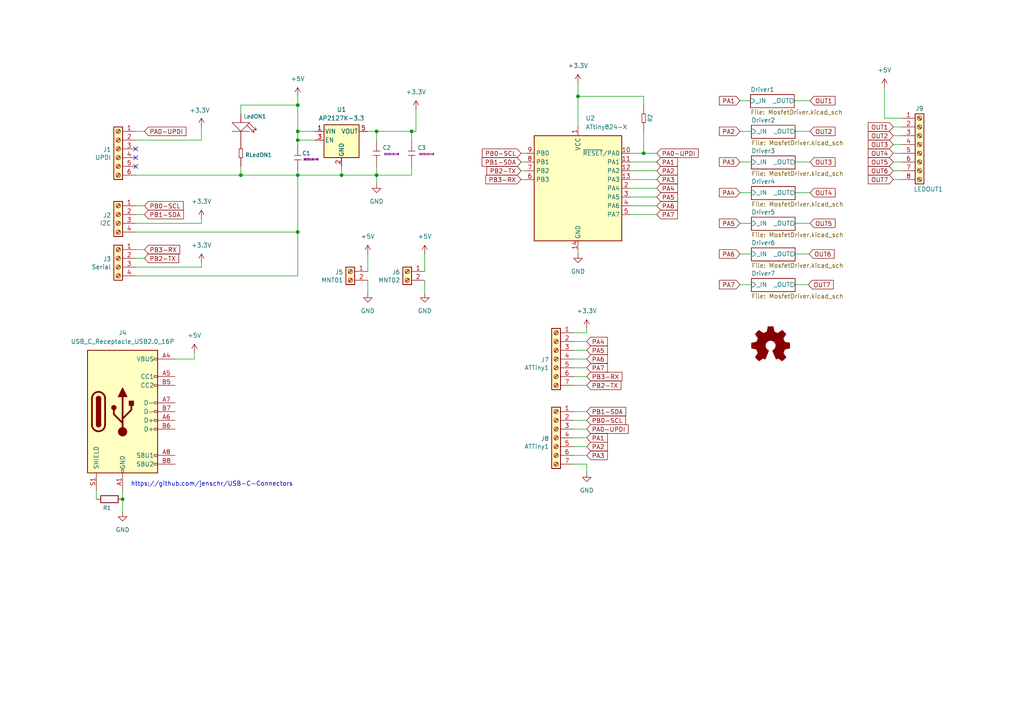
<source format=kicad_sch>
(kicad_sch (version 20231120) (generator "eeschema") (generator_version "8.0")
  (paper "A4")
  (title_block (title "ATTiny Breakboard") (date "2024-11-04") (rev "1") (company "Fablab Romagna APS") (comment 1 "maurizio.conti@fablabromagna.org") (comment 2 "https://github.com/fablabromagna-org/christmas-sign"))
  (lib_symbols
    (symbol "Connector:Screw_Terminal_01x02" (pin_names (offset 1.016) hide)
      (property "Reference" "J" (at 0 2.54 0))
      (property "Value" "Screw_Terminal_01x02" (at 0 -5.08 0))
      (symbol "Screw_Terminal_01x02_1_1"
        (pin passive line (at -5.08 0 0) (length 3.81) (name "Pin_1") (number "1"))
        (pin passive line (at -5.08 -2.54 0) (length 3.81) (name "Pin_2") (number "2"))
      )
    )
    (symbol "Connector:Screw_Terminal_01x04" (pin_names (offset 1.016) hide)
      (property "Reference" "J" (at 0 5.08 0))
      (property "Value" "Screw_Terminal_01x04" (at 0 -7.62 0))
      (symbol "Screw_Terminal_01x04_1_1"
        (pin passive line (at -5.08 2.54 0) (length 3.81) (name "Pin_1") (number "1"))
        (pin passive line (at -5.08 0 0) (length 3.81) (name "Pin_2") (number "2"))
        (pin passive line (at -5.08 -2.54 0) (length 3.81) (name "Pin_3") (number "3"))
        (pin passive line (at -5.08 -5.08 0) (length 3.81) (name "Pin_4") (number "4"))
      )
    )
    (symbol "Connector:Screw_Terminal_01x06" (pin_names (offset 1.016) hide)
      (property "Reference" "J" (at 0 7.62 0))
      (property "Value" "Screw_Terminal_01x06" (at 0 -10.16 0))
      (symbol "Screw_Terminal_01x06_1_1"
        (pin passive line (at -5.08 5.08 0) (length 3.81) (name "Pin_1") (number "1"))
        (pin passive line (at -5.08 2.54 0) (length 3.81) (name "Pin_2") (number "2"))
        (pin passive line (at -5.08 0 0) (length 3.81) (name "Pin_3") (number "3"))
        (pin passive line (at -5.08 -2.54 0) (length 3.81) (name "Pin_4") (number "4"))
        (pin passive line (at -5.08 -5.08 0) (length 3.81) (name "Pin_5") (number "5"))
        (pin passive line (at -5.08 -7.62 0) (length 3.81) (name "Pin_6") (number "6"))
      )
    )
    (symbol "Connector:Screw_Terminal_01x07" (pin_names (offset 1.016) hide)
      (property "Reference" "J" (at 0 10.16 0))
      (property "Value" "Screw_Terminal_01x07" (at 0 -10.16 0))
      (symbol "Screw_Terminal_01x07_1_1"
        (pin passive line (at -5.08 7.62 0) (length 3.81) (name "Pin_1") (number "1"))
        (pin passive line (at -5.08 5.08 0) (length 3.81) (name "Pin_2") (number "2"))
        (pin passive line (at -5.08 2.54 0) (length 3.81) (name "Pin_3") (number "3"))
        (pin passive line (at -5.08 0 0) (length 3.81) (name "Pin_4") (number "4"))
        (pin passive line (at -5.08 -2.54 0) (length 3.81) (name "Pin_5") (number "5"))
        (pin passive line (at -5.08 -5.08 0) (length 3.81) (name "Pin_6") (number "6"))
        (pin passive line (at -5.08 -7.62 0) (length 3.81) (name "Pin_7") (number "7"))
      )
    )
    (symbol "Connector:Screw_Terminal_01x08" (pin_names (offset 1.016) hide)
      (property "Reference" "J" (at 0 10.16 0))
      (property "Value" "Screw_Terminal_01x08" (at 0 -12.7 0))
      (symbol "Screw_Terminal_01x08_1_1"
        (pin passive line (at -5.08 7.62 0) (length 3.81) (name "Pin_1") (number "1"))
        (pin passive line (at -5.08 5.08 0) (length 3.81) (name "Pin_2") (number "2"))
        (pin passive line (at -5.08 2.54 0) (length 3.81) (name "Pin_3") (number "3"))
        (pin passive line (at -5.08 0 0) (length 3.81) (name "Pin_4") (number "4"))
        (pin passive line (at -5.08 -2.54 0) (length 3.81) (name "Pin_5") (number "5"))
        (pin passive line (at -5.08 -5.08 0) (length 3.81) (name "Pin_6") (number "6"))
        (pin passive line (at -5.08 -7.62 0) (length 3.81) (name "Pin_7") (number "7"))
        (pin passive line (at -5.08 -10.16 0) (length 3.81) (name "Pin_8") (number "8"))
      )
    )
    (symbol "Connector:USB_C_Receptacle_USB2.0_16P" (pin_names (offset 1.016))
      (property "Reference" "J" (at 0 22.225 0))
      (property "Value" "USB_C_Receptacle_USB2.0_16P" (at 0 19.685 0))
      (symbol "USB_C_Receptacle_USB2.0_16P_1_1"
        (pin passive line (at 0 -22.86 90) (length 5.08) (name "GND") (number "A1"))
        (pin passive line (at 0 -22.86 90) (length 5.08) hide (name "GND") (number "A12"))
        (pin passive line (at 15.24 15.24 180) (length 5.08) (name "VBUS") (number "A4"))
        (pin bidirectional line (at 15.24 10.16 180) (length 5.08) (name "CC1") (number "A5"))
        (pin bidirectional line (at 15.24 -2.54 180) (length 5.08) (name "D+") (number "A6"))
        (pin bidirectional line (at 15.24 2.54 180) (length 5.08) (name "D-") (number "A7"))
        (pin bidirectional line (at 15.24 -12.7 180) (length 5.08) (name "SBU1") (number "A8"))
        (pin passive line (at 15.24 15.24 180) (length 5.08) hide (name "VBUS") (number "A9"))
        (pin passive line (at 0 -22.86 90) (length 5.08) hide (name "GND") (number "B1"))
        (pin passive line (at 0 -22.86 90) (length 5.08) hide (name "GND") (number "B12"))
        (pin passive line (at 15.24 15.24 180) (length 5.08) hide (name "VBUS") (number "B4"))
        (pin bidirectional line (at 15.24 7.62 180) (length 5.08) (name "CC2") (number "B5"))
        (pin bidirectional line (at 15.24 -5.08 180) (length 5.08) (name "D+") (number "B6"))
        (pin bidirectional line (at 15.24 0 180) (length 5.08) (name "D-") (number "B7"))
        (pin bidirectional line (at 15.24 -15.24 180) (length 5.08) (name "SBU2") (number "B8"))
        (pin passive line (at 15.24 15.24 180) (length 5.08) hide (name "VBUS") (number "B9"))
        (pin passive line (at -7.62 -22.86 90) (length 5.08) (name "SHIELD") (number "S1"))
      )
    )
    (symbol "Device:R" (pin_numbers hide) (pin_names (offset 0))
      (property "Reference" "R" (at 2.032 0 90))
      (property "Value" "R" (at 0 0 90))
      (symbol "R_1_1"
        (pin passive line (at 0 3.81 270) (length 1.27) (name "~") (number "1"))
        (pin passive line (at 0 -3.81 90) (length 1.27) (name "~") (number "2"))
      )
    )
    (symbol "Graphic:Logo_Open_Hardware_Small" (in_bom no) (on_board no))
    (symbol "MCU_Microchip_ATtiny:ATtiny824-X"
      (property "Reference" "U" (at -12.7 16.51 0))
      (property "Value" "ATtiny824-X" (at 2.54 -16.51 0))
      (symbol "ATtiny824-X_1_1"
        (pin power_in line (at 0 17.78 270) (length 2.54) (name "VCC") (number "1"))
        (pin bidirectional line (at 15.24 10.16 180) (length 2.54) (name "~{RESET}/PA0") (number "10"))
        (pin bidirectional line (at 15.24 7.62 180) (length 2.54) (name "PA1") (number "11"))
        (pin bidirectional line (at 15.24 5.08 180) (length 2.54) (name "PA2") (number "12"))
        (pin bidirectional line (at 15.24 2.54 180) (length 2.54) (name "PA3") (number "13"))
        (pin power_in line (at 0 -17.78 90) (length 2.54) (name "GND") (number "14"))
        (pin bidirectional line (at 15.24 0 180) (length 2.54) (name "PA4") (number "2"))
        (pin bidirectional line (at 15.24 -2.54 180) (length 2.54) (name "PA5") (number "3"))
        (pin bidirectional line (at 15.24 -5.08 180) (length 2.54) (name "PA6") (number "4"))
        (pin bidirectional line (at 15.24 -7.62 180) (length 2.54) (name "PA7") (number "5"))
        (pin bidirectional line (at -15.24 2.54 0) (length 2.54) (name "PB3") (number "6"))
        (pin bidirectional line (at -15.24 5.08 0) (length 2.54) (name "PB2") (number "7"))
        (pin bidirectional line (at -15.24 7.62 0) (length 2.54) (name "PB1") (number "8"))
        (pin bidirectional line (at -15.24 10.16 0) (length 2.54) (name "PB0") (number "9"))
      )
    )
    (symbol "Regulator_Linear:AP2127K-3.3" (pin_names (offset 0.254))
      (property "Reference" "U" (at -5.08 5.715 0))
      (property "Value" "AP2127K-3.3" (at 0 5.715 0))
      (symbol "AP2127K-3.3_1_1"
        (pin power_in line (at -7.62 2.54 0) (length 2.54) (name "VIN") (number "1"))
        (pin power_in line (at 0 -7.62 90) (length 2.54) (name "GND") (number "2"))
        (pin input line (at -7.62 0 0) (length 2.54) (name "EN") (number "3"))
        (pin no_connect line (at 5.08 0 180) (length 2.54) hide (name "NC") (number "4"))
        (pin power_out line (at 7.62 2.54 180) (length 2.54) (name "VOUT") (number "5"))
      )
    )
    (symbol "ULN2803-Mosfet-S2-Mini-rescue:CERAMIC-2.2UF-25V-10%-X7R_0805_-OPL_Capacitor" (pin_numbers hide) (pin_names (offset 1.016) hide)
      (property "Reference" "C" (at -3.81 1.27 0))
      (property "Value" "OPL_Capacitor_CERAMIC-2.2UF-25V-10%-X7R_0805_" (at -3.81 -2.54 0))
      (property "SKU" "302010148" (at 0.762 3.81 0))
      (symbol "CERAMIC-2.2UF-25V-10%-X7R_0805_-OPL_Capacitor_1_1"
        (pin passive line (at -3.81 0 0) (length 2.54) (name "1") (number "1"))
        (pin passive line (at 3.81 0 180) (length 2.54) (name "2") (number "2"))
      )
    )
    (symbol "ULN2803-Mosfet-S2-Mini-rescue:SMD-LED-CLEAR-RED_0805_-OPL_Opto" (pin_numbers hide) (pin_names (offset 1.016) hide)
      (property "Reference" "D" (at -7.62 1.27 0))
      (property "Value" "OPL_Opto_SMD-LED-CLEAR-RED_0805_" (at -5.08 -5.08 0))
      (symbol "SMD-LED-CLEAR-RED_0805_-OPL_Opto_1_1"
        (pin passive line (at -3.81 0 0) (length 2.54) (name "+") (number "1"))
        (pin passive line (at 3.81 0 180) (length 2.54) (name "-") (number "2"))
      )
    )
    (symbol "ULN2803-Mosfet-S2-Mini-rescue:SMD-RES-220R-5%-1_8W_0805_-OPL_Resistor" (pin_numbers hide) (pin_names (offset 1.016) hide)
      (property "Reference" "R" (at -3.81 1.27 0))
      (property "Value" "OPL_Resistor_SMD-RES-220R-5%-1_8W_0805_" (at -3.81 -2.54 0))
      (symbol "SMD-RES-220R-5%-1_8W_0805_-OPL_Resistor_1_1"
        (pin passive line (at -3.81 0 0) (length 2.54) (name "1") (number "1"))
        (pin passive line (at 3.81 0 180) (length 2.54) (name "2") (number "2"))
      )
    )
    (symbol "ULN2803-Mosfet-S2-Mini-rescue:SMD-RES-4.7K-5%-1_8W_0805_-OPL_Resistor" (pin_numbers hide) (pin_names (offset 1.016) hide)
      (property "Reference" "R" (at -3.81 1.27 0))
      (property "Value" "OPL_Resistor_SMD-RES-4.7K-5%-1_8W_0805_" (at -3.81 -2.54 0))
      (symbol "SMD-RES-4.7K-5%-1_8W_0805_-OPL_Resistor_1_1"
        (pin passive line (at -3.81 0 0) (length 2.54) (name "1") (number "1"))
        (pin passive line (at 3.81 0 180) (length 2.54) (name "2") (number "2"))
      )
    )
    (symbol "power:+3.3V" (power) (pin_names (offset 0))
      (property "Value" "+3.3V" (at 0 3.556 0))
      (symbol "+3.3V_1_1"
        (pin power_in line (at 0 0 90) (length 0) hide (name "+3.3V") (number "1"))
      )
    )
    (symbol "power:+5V" (power) (pin_names (offset 0))
      (property "Value" "+5V" (at 0 3.556 0))
      (symbol "+5V_1_1"
        (pin power_in line (at 0 0 90) (length 0) hide (name "+5V") (number "1"))
      )
    )
    (symbol "power:GND" (power) (pin_names (offset 0))
      (property "Value" "GND" (at 0 -3.81 0))
      (symbol "GND_1_1"
        (pin power_in line (at 0 0 270) (length 0) hide (name "GND") (number "1"))
      )
    )
  )
  (junction (at 35.56 144.78))
  (junction (at 109.22 38.1))
  (junction (at 86.36 50.8))
  (junction (at 69.85 50.8))
  (junction (at 86.36 30.48))
  (junction (at 186.69 44.45))
  (junction (at 109.22 50.8))
  (junction (at 99.06 50.8))
  (junction (at 119.38 38.1))
  (junction (at 86.36 40.64))
  (junction (at 86.36 38.1))
  (junction (at 167.64 27.94))
  (junction (at 86.36 67.31))
  (no_connect (at 39.37 43.18))
  (no_connect (at 39.37 45.72))
  (no_connect (at 39.37 48.26))
  (wire (pts (xy 86.36 50.8) (xy 99.06 50.8)))
  (wire (pts (xy 39.37 64.77) (xy 58.42 64.77)))
  (wire (pts (xy 186.69 38.1) (xy 186.69 44.45)))
  (wire (pts (xy 58.42 40.64) (xy 58.42 36.83)))
  (wire (pts (xy 86.36 80.01) (xy 86.36 67.31)))
  (wire (pts (xy 119.38 50.8) (xy 109.22 50.8)))
  (wire (pts (xy 186.69 44.45) (xy 190.5 44.45)))
  (wire (pts (xy 166.37 129.54) (xy 170.18 129.54)))
  (wire (pts (xy 182.88 44.45) (xy 186.69 44.45)))
  (wire (pts (xy 166.37 96.52) (xy 170.18 96.52)))
  (wire (pts (xy 39.37 77.47) (xy 58.42 77.47)))
  (wire (pts (xy 166.37 104.14) (xy 170.18 104.14)))
  (wire (pts (xy 39.37 50.8) (xy 69.85 50.8)))
  (wire (pts (xy 86.36 30.48) (xy 86.36 38.1)))
  (wire (pts (xy 39.37 59.69) (xy 41.91 59.69)))
  (wire (pts (xy 123.19 73.66) (xy 123.19 78.74)))
  (wire (pts (xy 39.37 72.39) (xy 41.91 72.39)))
  (wire (pts (xy 259.08 49.53) (xy 261.62 49.53)))
  (wire (pts (xy 166.37 109.22) (xy 170.18 109.22)))
  (wire (pts (xy 109.22 38.1) (xy 109.22 40.64)))
  (wire (pts (xy 230.378 29.21) (xy 234.95 29.21)))
  (wire (pts (xy 151.13 44.45) (xy 152.4 44.45)))
  (wire (pts (xy 214.63 73.66) (xy 217.932 73.66)))
  (wire (pts (xy 182.88 49.53) (xy 190.5 49.53)))
  (wire (pts (xy 256.54 34.29) (xy 261.62 34.29)))
  (wire (pts (xy 166.37 119.38) (xy 170.18 119.38)))
  (wire (pts (xy 120.65 31.75) (xy 120.65 38.1)))
  (wire (pts (xy 166.37 111.76) (xy 170.18 111.76)))
  (wire (pts (xy 167.64 24.13) (xy 167.64 27.94)))
  (wire (pts (xy 259.08 39.37) (xy 261.62 39.37)))
  (wire (pts (xy 182.88 52.07) (xy 190.5 52.07)))
  (wire (pts (xy 230.632 38.1) (xy 234.95 38.1)))
  (wire (pts (xy 106.68 73.66) (xy 106.68 78.74)))
  (wire (pts (xy 39.37 67.31) (xy 86.36 67.31)))
  (wire (pts (xy 120.65 38.1) (xy 119.38 38.1)))
  (wire (pts (xy 109.22 38.1) (xy 119.38 38.1)))
  (wire (pts (xy 109.22 48.26) (xy 109.22 50.8)))
  (wire (pts (xy 86.36 27.94) (xy 86.36 30.48)))
  (wire (pts (xy 259.08 44.45) (xy 261.62 44.45)))
  (wire (pts (xy 69.85 30.48) (xy 86.36 30.48)))
  (wire (pts (xy 230.632 73.66) (xy 234.696 73.66)))
  (wire (pts (xy 170.18 134.62) (xy 170.18 137.16)))
  (wire (pts (xy 230.632 82.55) (xy 234.442 82.55)))
  (wire (pts (xy 186.69 30.48) (xy 186.69 27.94)))
  (wire (pts (xy 35.56 142.24) (xy 35.56 144.78)))
  (wire (pts (xy 151.13 49.53) (xy 152.4 49.53)))
  (wire (pts (xy 39.37 62.23) (xy 41.91 62.23)))
  (wire (pts (xy 230.632 55.88) (xy 234.95 55.88)))
  (wire (pts (xy 170.18 96.52) (xy 170.18 95.25)))
  (wire (pts (xy 86.36 38.1) (xy 91.44 38.1)))
  (wire (pts (xy 39.37 38.1) (xy 41.91 38.1)))
  (wire (pts (xy 167.64 27.94) (xy 167.64 36.83)))
  (wire (pts (xy 27.94 142.24) (xy 27.94 144.78)))
  (wire (pts (xy 166.37 124.46) (xy 170.18 124.46)))
  (wire (pts (xy 39.37 80.01) (xy 86.36 80.01)))
  (wire (pts (xy 58.42 77.47) (xy 58.42 76.2)))
  (wire (pts (xy 106.68 38.1) (xy 109.22 38.1)))
  (wire (pts (xy 119.38 48.26) (xy 119.38 50.8)))
  (wire (pts (xy 166.37 134.62) (xy 170.18 134.62)))
  (wire (pts (xy 39.37 74.93) (xy 41.91 74.93)))
  (wire (pts (xy 166.37 106.68) (xy 170.18 106.68)))
  (wire (pts (xy 86.36 40.64) (xy 86.36 41.91)))
  (wire (pts (xy 39.37 40.64) (xy 58.42 40.64)))
  (wire (pts (xy 182.88 62.23) (xy 190.5 62.23)))
  (wire (pts (xy 214.63 82.55) (xy 217.932 82.55)))
  (wire (pts (xy 99.06 48.26) (xy 99.06 50.8)))
  (wire (pts (xy 214.63 29.21) (xy 217.678 29.21)))
  (wire (pts (xy 35.56 144.78) (xy 35.56 148.59)))
  (wire (pts (xy 182.88 46.99) (xy 190.5 46.99)))
  (wire (pts (xy 166.37 99.06) (xy 170.18 99.06)))
  (wire (pts (xy 259.08 46.99) (xy 261.62 46.99)))
  (wire (pts (xy 259.08 41.91) (xy 261.62 41.91)))
  (wire (pts (xy 259.08 52.07) (xy 261.62 52.07)))
  (wire (pts (xy 109.22 50.8) (xy 99.06 50.8)))
  (wire (pts (xy 166.37 132.08) (xy 170.18 132.08)))
  (wire (pts (xy 167.64 72.39) (xy 167.64 73.66)))
  (wire (pts (xy 69.85 33.02) (xy 69.85 30.48)))
  (wire (pts (xy 259.08 36.83) (xy 261.62 36.83)))
  (wire (pts (xy 151.13 46.99) (xy 152.4 46.99)))
  (wire (pts (xy 106.68 81.28) (xy 106.68 85.09)))
  (wire (pts (xy 86.36 49.53) (xy 86.36 50.8)))
  (wire (pts (xy 151.13 52.07) (xy 152.4 52.07)))
  (wire (pts (xy 182.88 54.61) (xy 190.5 54.61)))
  (wire (pts (xy 86.36 67.31) (xy 86.36 50.8)))
  (wire (pts (xy 50.8 104.14) (xy 56.388 104.14)))
  (wire (pts (xy 182.88 57.15) (xy 190.5 57.15)))
  (wire (pts (xy 58.42 64.77) (xy 58.42 63.5)))
  (wire (pts (xy 182.88 59.69) (xy 190.5 59.69)))
  (wire (pts (xy 86.36 38.1) (xy 86.36 40.64)))
  (wire (pts (xy 214.63 55.88) (xy 217.932 55.88)))
  (wire (pts (xy 214.63 64.77) (xy 217.932 64.77)))
  (wire (pts (xy 256.54 25.4) (xy 256.54 34.29)))
  (wire (pts (xy 91.44 40.64) (xy 86.36 40.64)))
  (wire (pts (xy 214.63 46.99) (xy 217.932 46.99)))
  (wire (pts (xy 167.64 27.94) (xy 186.69 27.94)))
  (wire (pts (xy 230.632 64.77) (xy 234.95 64.77)))
  (wire (pts (xy 230.632 46.99) (xy 234.95 46.99)))
  (wire (pts (xy 56.388 104.14) (xy 56.388 102.362)))
  (wire (pts (xy 123.19 81.28) (xy 123.19 85.09)))
  (wire (pts (xy 119.38 38.1) (xy 119.38 40.64)))
  (wire (pts (xy 109.22 50.8) (xy 109.22 53.34)))
  (wire (pts (xy 166.37 127) (xy 170.18 127)))
  (wire (pts (xy 166.37 101.6) (xy 170.18 101.6)))
  (wire (pts (xy 69.85 48.26) (xy 69.85 50.8)))
  (wire (pts (xy 214.63 38.1) (xy 217.932 38.1)))
  (wire (pts (xy 69.85 50.8) (xy 86.36 50.8)))
  (wire (pts (xy 166.37 121.92) (xy 170.18 121.92)))
  (text "https://github.com/jenschr/USB-C-Connectors" (exclude_from_sim yes) (at 61.468 140.462 0) (effects (font (size 1.27 1.27))))
  (global_label "PB3-RX" (shape input) (at 41.91 72.39 0) (property "Intersheetrefs" "${INTERSHEET_REFS}" (effects (hide yes))))
  (global_label "PA1" (shape input) (at 170.18 127 0) (property "Intersheetrefs" "${INTERSHEET_REFS}" (effects (hide yes))))
  (global_label "PA4" (shape input) (at 214.63 55.88 180) (property "Intersheetrefs" "${INTERSHEET_REFS}" (effects (hide yes))))
  (global_label "OUT7" (shape input) (at 234.442 82.55 0) (property "Intersheetrefs" "${INTERSHEET_REFS}" (effects (hide yes))))
  (global_label "PB2-TX" (shape input) (at 170.18 111.76 0) (property "Intersheetrefs" "${INTERSHEET_REFS}" (effects (hide yes))))
  (global_label "PA2" (shape input) (at 190.5 49.53 0) (property "Intersheetrefs" "${INTERSHEET_REFS}" (effects (hide yes))))
  (global_label "PA6" (shape input) (at 170.18 104.14 0) (property "Intersheetrefs" "${INTERSHEET_REFS}" (effects (hide yes))))
  (global_label "OUT4" (shape input) (at 259.08 44.45 180) (property "Intersheetrefs" "${INTERSHEET_REFS}" (effects (hide yes))))
  (global_label "PA0-UPDI" (shape input) (at 190.5 44.45 0) (property "Intersheetrefs" "${INTERSHEET_REFS}" (effects (hide yes))))
  (global_label "OUT1" (shape input) (at 234.95 29.21 0) (property "Intersheetrefs" "${INTERSHEET_REFS}" (effects (hide yes))))
  (global_label "PB3-RX" (shape input) (at 151.13 52.07 180) (property "Intersheetrefs" "${INTERSHEET_REFS}" (effects (hide yes))))
  (global_label "PA4" (shape input) (at 190.5 54.61 0) (property "Intersheetrefs" "${INTERSHEET_REFS}" (effects (hide yes))))
  (global_label "PA1" (shape input) (at 190.5 46.99 0) (property "Intersheetrefs" "${INTERSHEET_REFS}" (effects (hide yes))))
  (global_label "OUT3" (shape input) (at 234.95 46.99 0) (property "Intersheetrefs" "${INTERSHEET_REFS}" (effects (hide yes))))
  (global_label "PB1-SDA" (shape input) (at 170.18 119.38 0) (property "Intersheetrefs" "${INTERSHEET_REFS}" (effects (hide yes))))
  (global_label "PA3" (shape input) (at 190.5 52.07 0) (property "Intersheetrefs" "${INTERSHEET_REFS}" (effects (hide yes))))
  (global_label "PB0-SCL" (shape input) (at 170.18 121.92 0) (property "Intersheetrefs" "${INTERSHEET_REFS}" (effects (hide yes))))
  (global_label "PA0-UPDI" (shape input) (at 170.18 124.46 0) (property "Intersheetrefs" "${INTERSHEET_REFS}" (effects (hide yes))))
  (global_label "OUT3" (shape input) (at 259.08 41.91 180) (property "Intersheetrefs" "${INTERSHEET_REFS}" (effects (hide yes))))
  (global_label "OUT5" (shape input) (at 234.95 64.77 0) (property "Intersheetrefs" "${INTERSHEET_REFS}" (effects (hide yes))))
  (global_label "OUT7" (shape input) (at 259.08 52.07 180) (property "Intersheetrefs" "${INTERSHEET_REFS}" (effects (hide yes))))
  (global_label "PA3" (shape input) (at 170.18 132.08 0) (property "Intersheetrefs" "${INTERSHEET_REFS}" (effects (hide yes))))
  (global_label "PA6" (shape input) (at 214.63 73.66 180) (property "Intersheetrefs" "${INTERSHEET_REFS}" (effects (hide yes))))
  (global_label "PA0-UPDI" (shape input) (at 41.91 38.1 0) (property "Intersheetrefs" "${INTERSHEET_REFS}" (effects (hide yes))))
  (global_label "PB2-TX" (shape input) (at 41.91 74.93 0) (property "Intersheetrefs" "${INTERSHEET_REFS}" (effects (hide yes))))
  (global_label "PA2" (shape input) (at 170.18 129.54 0) (property "Intersheetrefs" "${INTERSHEET_REFS}" (effects (hide yes))))
  (global_label "PA3" (shape input) (at 214.63 46.99 180) (property "Intersheetrefs" "${INTERSHEET_REFS}" (effects (hide yes))))
  (global_label "PA6" (shape input) (at 190.5 59.69 0) (property "Intersheetrefs" "${INTERSHEET_REFS}" (effects (hide yes))))
  (global_label "PB3-RX" (shape input) (at 170.18 109.22 0) (property "Intersheetrefs" "${INTERSHEET_REFS}" (effects (hide yes))))
  (global_label "OUT2" (shape input) (at 234.95 38.1 0) (property "Intersheetrefs" "${INTERSHEET_REFS}" (effects (hide yes))))
  (global_label "PB2-TX" (shape input) (at 151.13 49.53 180) (property "Intersheetrefs" "${INTERSHEET_REFS}" (effects (hide yes))))
  (global_label "PB1-SDA" (shape input) (at 151.13 46.99 180) (property "Intersheetrefs" "${INTERSHEET_REFS}" (effects (hide yes))))
  (global_label "PB0-SCL" (shape input) (at 151.13 44.45 180) (property "Intersheetrefs" "${INTERSHEET_REFS}" (effects (hide yes))))
  (global_label "OUT1" (shape input) (at 259.08 36.83 180) (property "Intersheetrefs" "${INTERSHEET_REFS}" (effects (hide yes))))
  (global_label "PA5" (shape input) (at 170.18 101.6 0) (property "Intersheetrefs" "${INTERSHEET_REFS}" (effects (hide yes))))
  (global_label "OUT5" (shape input) (at 259.08 46.99 180) (property "Intersheetrefs" "${INTERSHEET_REFS}" (effects (hide yes))))
  (global_label "PA1" (shape input) (at 214.63 29.21 180) (property "Intersheetrefs" "${INTERSHEET_REFS}" (effects (hide yes))))
  (global_label "PA7" (shape input) (at 190.5 62.23 0) (property "Intersheetrefs" "${INTERSHEET_REFS}" (effects (hide yes))))
  (global_label "PA4" (shape input) (at 170.18 99.06 0) (property "Intersheetrefs" "${INTERSHEET_REFS}" (effects (hide yes))))
  (global_label "PA7" (shape input) (at 170.18 106.68 0) (property "Intersheetrefs" "${INTERSHEET_REFS}" (effects (hide yes))))
  (global_label "OUT6" (shape input) (at 259.08 49.53 180) (property "Intersheetrefs" "${INTERSHEET_REFS}" (effects (hide yes))))
  (global_label "OUT2" (shape input) (at 259.08 39.37 180) (property "Intersheetrefs" "${INTERSHEET_REFS}" (effects (hide yes))))
  (global_label "PB0-SCL" (shape input) (at 41.91 59.69 0) (property "Intersheetrefs" "${INTERSHEET_REFS}" (effects (hide yes))))
  (global_label "PA5" (shape input) (at 214.63 64.77 180) (property "Intersheetrefs" "${INTERSHEET_REFS}" (effects (hide yes))))
  (global_label "PA5" (shape input) (at 190.5 57.15 0) (property "Intersheetrefs" "${INTERSHEET_REFS}" (effects (hide yes))))
  (global_label "OUT6" (shape input) (at 234.696 73.66 0) (property "Intersheetrefs" "${INTERSHEET_REFS}" (effects (hide yes))))
  (global_label "PA7" (shape input) (at 214.63 82.55 180) (property "Intersheetrefs" "${INTERSHEET_REFS}" (effects (hide yes))))
  (global_label "OUT4" (shape input) (at 234.95 55.88 0) (property "Intersheetrefs" "${INTERSHEET_REFS}" (effects (hide yes))))
  (global_label "PA2" (shape input) (at 214.63 38.1 180) (property "Intersheetrefs" "${INTERSHEET_REFS}" (effects (hide yes))))
  (global_label "PB1-SDA" (shape input) (at 41.91 62.23 0) (property "Intersheetrefs" "${INTERSHEET_REFS}" (effects (hide yes))))
  (symbol (lib_id "Device:R") (at 31.75 144.78 90) (unit 1) (in_bom no)
    (property "Reference" "R1" (at 32.258 147.32 90) (effects (font (size 1.143 1.143)) (justify left)))
    (property "Value" "1M" (effects (hide yes)))
    (property "Footprint" "Resistor_THT:R_Axial_DIN0204_L3.6mm_D1.6mm_P5.08mm_Horizontal" (effects (hide yes)))
    (property "Description" "Resistor" (effects (hide yes)))
  )
  (symbol (lib_id "Connector:Screw_Terminal_01x04") (at 34.29 74.93 0) (mirror y) (unit 1) (in_bom no)
    (property "Reference" "J3" (at 32.258 75.1332 0) (effects (justify left)))
    (property "Value" "Serial" (at 32.258 77.4446 0) (effects (justify left)))
    (property "Footprint" "Connector_PinHeader_2.54mm:PinHeader_1x04_P2.54mm_Vertical" (effects (hide yes)))
    (property "Description" "Generic screw terminal, single row, 01x04, script generated (kicad-library-utils/schlib/autogen/connector/)" (effects (hide yes)))
  )
  (symbol (lib_id "ULN2803-Mosfet-S2-Mini-rescue:CERAMIC-2.2UF-25V-10%-X7R_0805_-OPL_Capacitor") (at 86.36 45.72 270) (unit 1)
    (property "Reference" "C1" (at 87.63 44.45 90) (effects (font (size 1.143 1.143)) (justify left)))
    (property "Value" "CERAMIC-10UF-10V-10%-X7R_0805_" (effects (hide yes)))
    (property "Footprint" "Capacitor_SMD:C_0805_2012Metric" (effects (hide yes)))
    (property "MPN" "CC0805KKX7R8BB225" (effects (hide yes)))
    (property "SKU" "302010148" (at 90.17 46.228 90) (effects (font (size 0.508 0.508))))
    (property "LCSC" "C15850" (effects (hide yes)))
  )
  (symbol (lib_id "Connector:Screw_Terminal_01x04") (at 34.29 62.23 0) (mirror y) (unit 1) (in_bom no)
    (property "Reference" "J2" (at 32.258 62.4332 0) (effects (justify left)))
    (property "Value" "I2C" (at 32.258 64.7446 0) (effects (justify left)))
    (property "Footprint" "Connector_PinHeader_2.54mm:PinHeader_1x04_P2.54mm_Vertical" (effects (hide yes)))
    (property "Description" "Generic screw terminal, single row, 01x04, script generated (kicad-library-utils/schlib/autogen/connector/)" (effects (hide yes)))
  )
  (symbol (lib_id "power:+5V") (at 123.19 73.66 0) (unit 1)
    (property "Reference" "#PWR010" (effects (hide yes)))
    (property "Value" "+5V" (at 123.19 68.58 0))
    (property "Description" "Power symbol creates a global label with name \"+5V\"" (effects (hide yes)))
  )
  (symbol (lib_id "power:+5V") (at 106.68 73.66 0) (unit 1)
    (property "Reference" "#PWR06" (effects (hide yes)))
    (property "Value" "+5V" (at 106.68 68.58 0))
    (property "Description" "Power symbol creates a global label with name \"+5V\"" (effects (hide yes)))
  )
  (symbol (lib_id "power:+3.3V") (at 58.42 36.83 0) (unit 1)
    (property "Reference" "#PWR02" (effects (hide yes)))
    (property "Value" "+3.3V" (at 57.912 32.004 0))
    (property "Description" "Power symbol creates a global label with name \"+3.3V\"" (effects (hide yes)))
  )
  (symbol (lib_id "power:+5V") (at 56.388 102.362 0) (unit 1)
    (property "Reference" "#PWR024" (effects (hide yes)))
    (property "Value" "+5V" (at 56.388 97.282 0))
    (property "Description" "Power symbol creates a global label with name \"+5V\"" (effects (hide yes)))
  )
  (symbol (lib_id "power:GND") (at 170.18 137.16 0) (unit 1)
    (property "Reference" "#PWR015" (effects (hide yes)))
    (property "Value" "GND" (at 170.18 142.24 0))
    (property "Description" "Power symbol creates a global label with name \"GND\" , ground" (effects (hide yes)))
  )
  (symbol (lib_id "power:+3.3V") (at 167.64 24.13 0) (unit 1)
    (property "Reference" "#PWR012" (effects (hide yes)))
    (property "Value" "+3.3V" (at 167.64 19.05 0))
    (property "Description" "Power symbol creates a global label with name \"+3.3V\"" (effects (hide yes)))
  )
  (symbol (lib_id "Connector:Screw_Terminal_01x07") (at 161.29 127 0) (mirror y) (unit 1) (in_bom no)
    (property "Reference" "J8" (at 159.258 127.2032 0) (effects (justify left)))
    (property "Value" "ATTiny1" (at 159.258 129.5146 0) (effects (justify left)))
    (property "Footprint" "Connector_PinHeader_2.54mm:PinHeader_1x07_P2.54mm_Vertical" (effects (hide yes)))
    (property "Description" "Generic screw terminal, single row, 01x07, script generated (kicad-library-utils/schlib/autogen/connector/)" (effects (hide yes)))
  )
  (symbol (lib_id "Connector:Screw_Terminal_01x08") (at 266.7 41.91 0) (unit 1) (in_bom no)
    (property "Reference" "J9" (at 266.7 31.496 0))
    (property "Value" "LEDOUT1" (at 269.24 54.864 0))
    (property "Footprint" "Connector_PinHeader_2.54mm:PinHeader_1x08_P2.54mm_Vertical" (effects (hide yes)))
    (property "Description" "Generic screw terminal, single row, 01x08, script generated (kicad-library-utils/schlib/autogen/connector/)" (effects (hide yes)))
  )
  (symbol (lib_id "Connector:USB_C_Receptacle_USB2.0_16P") (at 35.56 119.38 0) (unit 1)
    (property "Reference" "J4" (at 35.56 96.52 0))
    (property "Value" "USB_C_Receptacle_USB2.0_16P" (at 35.56 99.06 0))
    (property "Footprint" "Library-USB:TYPE-C-31-M-12" (effects (hide yes)))
    (property "Datasheet" "https://www.usb.org/sites/default/files/documents/usb_type-c.zip" (effects (hide yes)))
    (property "Description" "USB 2.0-only 16P Type-C Receptacle connector" (effects (hide yes)))
    (property "LCSC" "C165948" (effects (hide yes)))
  )
  (symbol (lib_id "ULN2803-Mosfet-S2-Mini-rescue:SMD-RES-4.7K-5%-1_8W_0805_-OPL_Resistor") (at 186.69 34.29 270) (unit 1)
    (property "Reference" "R2" (at 188.595 33.02 0) (effects (font (size 1.143 1.143)) (justify left)))
    (property "Value" "10K" (effects (hide yes)))
    (property "Footprint" "Resistor_SMD:R_0805_2012Metric" (effects (hide yes)))
    (property "SKU" "301010306" (effects (hide yes)))
    (property "LCSC" "C17414" (effects (hide yes)))
  )
  (symbol (lib_id "power:GND") (at 123.19 85.09 0) (unit 1)
    (property "Reference" "#PWR011" (effects (hide yes)))
    (property "Value" "GND" (at 123.19 90.17 0))
    (property "Description" "Power symbol creates a global label with name \"GND\" , ground" (effects (hide yes)))
  )
  (symbol (lib_id "ULN2803-Mosfet-S2-Mini-rescue:CERAMIC-2.2UF-25V-10%-X7R_0805_-OPL_Capacitor") (at 109.22 44.45 270) (unit 1)
    (property "Reference" "C2" (at 110.9472 42.8498 90) (effects (font (size 1.143 1.143)) (justify left)))
    (property "Value" "CERAMIC-10UF-10V-10%-X7R_0805_" (effects (hide yes)))
    (property "Footprint" "Capacitor_SMD:C_0805_2012Metric" (effects (hide yes)))
    (property "MPN" "CC0805KKX7R8BB225" (effects (hide yes)))
    (property "SKU" "302010148" (at 113.538 44.704 90) (effects (font (size 0.508 0.508))))
    (property "LCSC" "C15850" (effects (hide yes)))
  )
  (symbol (lib_id "ULN2803-Mosfet-S2-Mini-rescue:SMD-RES-220R-5%-1_8W_0805_-OPL_Resistor") (at 69.85 44.45 270) (unit 1)
    (property "Reference" "RLedON1" (at 71.12 44.958 90) (effects (font (size 1.143 1.143)) (justify left)))
    (property "Value" "SMD-RES-220R-5%-1_8W_0805_" (effects (hide yes)))
    (property "Footprint" "Resistor_SMD:R_0805_2012Metric" (effects (hide yes)))
    (property "LCSC" "C17557" (effects (hide yes)))
  )
  (symbol (lib_id "power:+3.3V") (at 120.65 31.75 0) (unit 1)
    (property "Reference" "#PWR09" (effects (hide yes)))
    (property "Value" "+3.3V" (at 120.65 26.67 0))
    (property "Description" "Power symbol creates a global label with name \"+3.3V\"" (effects (hide yes)))
  )
  (symbol (lib_id "Regulator_Linear:AP2127K-3.3") (at 99.06 40.64 0) (unit 1)
    (property "Reference" "U1" (at 99.06 31.75 0))
    (property "Value" "AP2127K-3.3" (at 99.06 34.29 0))
    (property "Footprint" "Package_TO_SOT_SMD:SOT-23-5" (effects (hide yes)))
    (property "Datasheet" "https://www.diodes.com/assets/Datasheets/AP2127.pdf" (effects (hide yes)))
    (property "Description" "300mA low dropout linear regulator, shutdown pin, 2.5V-6V input voltage, 3.3V fixed positive output, SOT-23-5" (effects (hide yes)))
    (property "LCSC" "C156285" (effects (hide yes)))
  )
  (symbol (lib_id "power:+3.3V") (at 58.42 76.2 0) (unit 1)
    (property "Reference" "#PWR04" (effects (hide yes)))
    (property "Value" "+3.3V" (at 58.42 71.12 0))
    (property "Description" "Power symbol creates a global label with name \"+3.3V\"" (effects (hide yes)))
  )
  (symbol (lib_id "ULN2803-Mosfet-S2-Mini-rescue:CERAMIC-2.2UF-25V-10%-X7R_0805_-OPL_Capacitor") (at 119.38 44.45 270) (unit 1)
    (property "Reference" "C3" (at 121.1072 42.8498 90) (effects (font (size 1.143 1.143)) (justify left)))
    (property "Value" "CERAMIC-10UF-10V-10%-X7R_0805_" (effects (hide yes)))
    (property "Footprint" "Capacitor_SMD:C_0805_2012Metric" (effects (hide yes)))
    (property "MPN" "CC0805KKX7R8BB225" (effects (hide yes)))
    (property "SKU" "302010148" (at 123.698 44.704 90) (effects (font (size 0.508 0.508))))
    (property "LCSC" "C15850" (effects (hide yes)))
  )
  (symbol (lib_id "power:+5V") (at 86.36 27.94 0) (unit 1)
    (property "Reference" "#PWR05" (effects (hide yes)))
    (property "Value" "+5V" (at 86.36 22.86 0))
    (property "Description" "Power symbol creates a global label with name \"+5V\"" (effects (hide yes)))
  )
  (symbol (lib_id "power:GND") (at 35.56 148.59 0) (unit 1)
    (property "Reference" "#PWR01" (effects (hide yes)))
    (property "Value" "GND" (at 35.56 153.67 0))
    (property "Description" "Power symbol creates a global label with name \"GND\" , ground" (effects (hide yes)))
  )
  (symbol (lib_id "Connector:Screw_Terminal_01x02") (at 118.11 78.74 0) (mirror y) (unit 1) (in_bom no)
    (property "Reference" "J6" (at 116.078 78.9432 0) (effects (justify left)))
    (property "Value" "MNT02" (at 116.078 81.2546 0) (effects (justify left)))
    (property "Footprint" "Connector_PinHeader_2.54mm:PinHeader_1x02_P2.54mm_Vertical" (effects (hide yes)))
    (property "Description" "Generic screw terminal, single row, 01x02, script generated (kicad-library-utils/schlib/autogen/connector/)" (effects (hide yes)))
  )
  (symbol (lib_id "power:+5V") (at 256.54 25.4 0) (unit 1)
    (property "Reference" "#PWR016" (effects (hide yes)))
    (property "Value" "+5V" (at 256.54 20.32 0))
    (property "Description" "Power symbol creates a global label with name \"+5V\"" (effects (hide yes)))
  )
  (symbol (lib_id "power:+3.3V") (at 170.18 95.25 0) (unit 1)
    (property "Reference" "#PWR014" (effects (hide yes)))
    (property "Value" "+3.3V" (at 170.18 90.17 0))
    (property "Description" "Power symbol creates a global label with name \"+3.3V\"" (effects (hide yes)))
  )
  (symbol (lib_id "Graphic:Logo_Open_Hardware_Small") (at 223.52 100.33 0) (unit 1)
    (property "Reference" "L1" (effects (hide yes)))
    (property "Value" "Logo_Open_Hardware_Small" (effects (hide yes)))
    (property "Footprint" "Symbol:OSHW-Logo_5.7x6mm_SilkScreen" (effects (hide yes)))
  )
  (symbol (lib_id "power:GND") (at 109.22 53.34 0) (unit 1)
    (property "Reference" "#PWR08" (effects (hide yes)))
    (property "Value" "GND" (at 109.22 58.42 0))
    (property "Description" "Power symbol creates a global label with name \"GND\" , ground" (effects (hide yes)))
  )
  (symbol (lib_id "MCU_Microchip_ATtiny:ATtiny824-X") (at 167.64 54.61 0) (unit 1) (in_bom no)
    (property "Reference" "U2" (at 169.8341 34.29 0) (effects (justify left)))
    (property "Value" "ATtiny824-X" (at 169.8341 36.83 0) (effects (justify left)))
    (property "Footprint" "Package_SO:TSSOP-14_4.4x5mm_P0.65mm" (effects (hide yes)))
    (property "Datasheet" "https://ww1.microchip.com/downloads/en/DeviceDoc/ATtiny424-426-427-824-826-827-DataSheet-DS40002311A.pdf" (effects (hide yes)))
    (property "Description" "20MHz, 8kB Flash, 1kB SRAM, 128B EEPROM, TSSOP-14" (effects (hide yes)))
    (property "LCSC" "C3237505" (effects (hide yes)))
  )
  (symbol (lib_id "power:GND") (at 106.68 85.09 0) (unit 1)
    (property "Reference" "#PWR07" (effects (hide yes)))
    (property "Value" "GND" (at 106.68 90.17 0))
    (property "Description" "Power symbol creates a global label with name \"GND\" , ground" (effects (hide yes)))
  )
  (symbol (lib_id "Connector:Screw_Terminal_01x02") (at 101.6 78.74 0) (mirror y) (unit 1) (in_bom no)
    (property "Reference" "J5" (at 99.568 78.9432 0) (effects (justify left)))
    (property "Value" "MNT01" (at 99.568 81.2546 0) (effects (justify left)))
    (property "Footprint" "Connector_PinHeader_2.54mm:PinHeader_1x02_P2.54mm_Vertical" (effects (hide yes)))
    (property "Description" "Generic screw terminal, single row, 01x02, script generated (kicad-library-utils/schlib/autogen/connector/)" (effects (hide yes)))
  )
  (symbol (lib_id "power:+3.3V") (at 58.42 63.5 0) (unit 1)
    (property "Reference" "#PWR03" (effects (hide yes)))
    (property "Value" "+3.3V" (at 58.42 58.42 0))
    (property "Description" "Power symbol creates a global label with name \"+3.3V\"" (effects (hide yes)))
  )
  (symbol (lib_id "Connector:Screw_Terminal_01x06") (at 34.29 43.18 0) (mirror y) (unit 1) (in_bom no)
    (property "Reference" "J1" (at 32.258 43.3832 0) (effects (justify left)))
    (property "Value" "UPDI" (at 32.258 45.6946 0) (effects (justify left)))
    (property "Footprint" "Connector_PinHeader_2.54mm:PinHeader_2x03_P2.54mm_Vertical" (effects (hide yes)))
    (property "Description" "Generic screw terminal, single row, 01x06, script generated (kicad-library-utils/schlib/autogen/connector/)" (effects (hide yes)))
  )
  (symbol (lib_id "ULN2803-Mosfet-S2-Mini-rescue:SMD-LED-CLEAR-RED_0805_-OPL_Opto") (at 69.85 36.83 270) (unit 1)
    (property "Reference" "LedON1" (at 70.612 33.782 90) (effects (font (size 1.143 1.143)) (justify left)))
    (property "Value" "SMD-LED-CLEAR-RED_0805_" (effects (hide yes)))
    (property "Footprint" "LED_SMD:LED_0805_2012Metric" (effects (hide yes)))
    (property "MPN" "17-215SURC_S530-A2_TR8" (effects (hide yes)))
    (property "SKU" "304090046" (effects (hide yes)))
    (property "LCSC" "C2297" (effects (hide yes)))
  )
  (symbol (lib_id "Connector:Screw_Terminal_01x07") (at 161.29 104.14 0) (mirror y) (unit 1) (in_bom no)
    (property "Reference" "J7" (at 159.258 104.3432 0) (effects (justify left)))
    (property "Value" "ATTiny1" (at 159.258 106.6546 0) (effects (justify left)))
    (property "Footprint" "Connector_PinHeader_2.54mm:PinHeader_1x07_P2.54mm_Vertical" (effects (hide yes)))
    (property "Description" "Generic screw terminal, single row, 01x07, script generated (kicad-library-utils/schlib/autogen/connector/)" (effects (hide yes)))
  )
  (symbol (lib_id "power:GND") (at 167.64 73.66 0) (unit 1)
    (property "Reference" "#PWR013" (effects (hide yes)))
    (property "Value" "GND" (at 167.64 78.74 0))
    (property "Description" "Power symbol creates a global label with name \"GND\" , ground" (effects (hide yes)))
  )
  (sheet (at 217.932 36.322) (size 12.7 3.81) (stroke (width 0.1524))
    (property "Sheetname" "Driver2" (at 217.932 35.6104 0) (effects (justify left bottom)))
    (property "Sheetfile" "MosfetDriver.kicad_sch" (at 217.932 40.7166 0) (effects (justify left top)))
    (pin "_OUT" output (at 230.632 38.1 0))
    (pin "_IN" input (at 217.932 38.1 180))
  )
  (sheet (at 217.932 54.102) (size 12.7 3.81) (stroke (width 0.1524))
    (property "Sheetname" "Driver4" (at 217.932 53.3904 0) (effects (justify left bottom)))
    (property "Sheetfile" "MosfetDriver.kicad_sch" (at 217.932 58.4966 0) (effects (justify left top)))
    (pin "_OUT" output (at 230.632 55.88 0))
    (pin "_IN" input (at 217.932 55.88 180))
  )
  (sheet (at 217.932 71.882) (size 12.7 3.81) (stroke (width 0.1524))
    (property "Sheetname" "Driver6" (at 217.932 71.1704 0) (effects (justify left bottom)))
    (property "Sheetfile" "MosfetDriver.kicad_sch" (at 217.932 76.2766 0) (effects (justify left top)))
    (pin "_OUT" output (at 230.632 73.66 0))
    (pin "_IN" input (at 217.932 73.66 180))
  )
  (sheet (at 217.932 45.212) (size 12.7 3.81) (stroke (width 0.1524))
    (property "Sheetname" "Driver3" (at 217.932 44.5004 0) (effects (justify left bottom)))
    (property "Sheetfile" "MosfetDriver.kicad_sch" (at 217.932 49.6066 0) (effects (justify left top)))
    (pin "_OUT" output (at 230.632 46.99 0))
    (pin "_IN" input (at 217.932 46.99 180))
  )
  (sheet (at 217.678 27.432) (size 12.7 3.81) (stroke (width 0.1524))
    (property "Sheetname" "Driver1" (at 217.678 26.7204 0) (effects (justify left bottom)))
    (property "Sheetfile" "MosfetDriver.kicad_sch" (at 217.678 31.8266 0) (effects (justify left top)))
    (pin "_OUT" output (at 230.378 29.21 0))
    (pin "_IN" input (at 217.678 29.21 180))
  )
  (sheet (at 217.932 80.772) (size 12.7 3.81) (stroke (width 0.1524))
    (property "Sheetname" "Driver7" (at 217.932 80.0604 0) (effects (justify left bottom)))
    (property "Sheetfile" "MosfetDriver.kicad_sch" (at 217.932 85.1666 0) (effects (justify left top)))
    (pin "_OUT" output (at 230.632 82.55 0))
    (pin "_IN" input (at 217.932 82.55 180))
  )
  (sheet (at 217.932 62.992) (size 12.7 3.81) (stroke (width 0.1524))
    (property "Sheetname" "Driver5" (at 217.932 62.2804 0) (effects (justify left bottom)))
    (property "Sheetfile" "MosfetDriver.kicad_sch" (at 217.932 67.3866 0) (effects (justify left top)))
    (pin "_OUT" output (at 230.632 64.77 0))
    (pin "_IN" input (at 217.932 64.77 180))
  )
)
</source>
